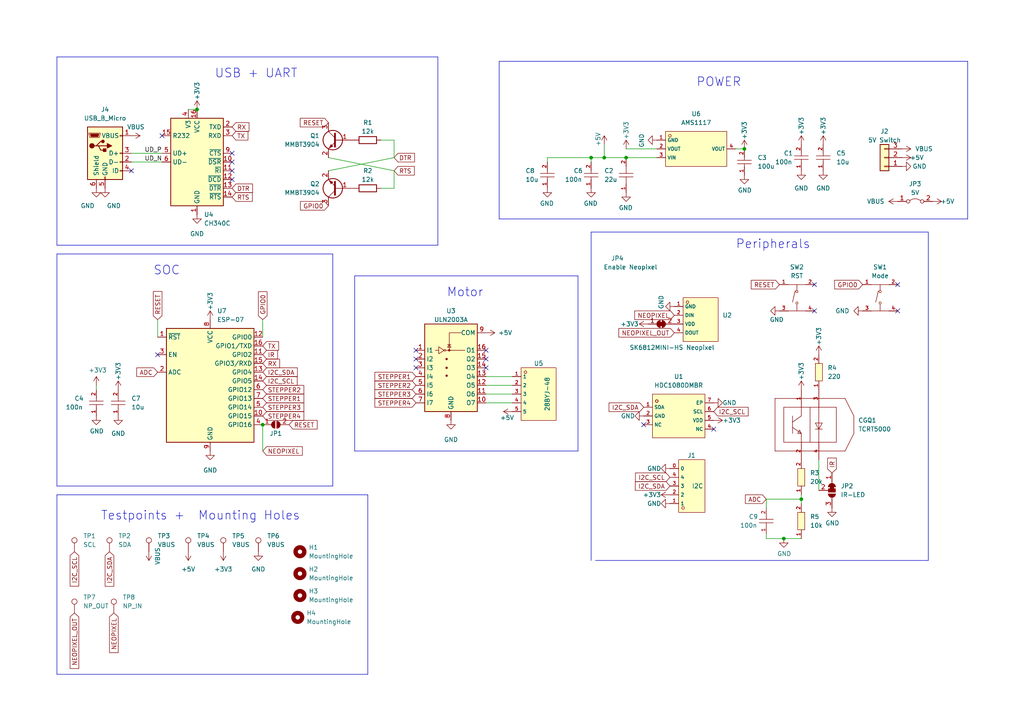
<source format=kicad_sch>
(kicad_sch (version 20230121) (generator eeschema)
  (paper "A4")
  (title_block (title "Stepomatic") (date "2024-03-07") (rev "1.0 - 2df132") (company "Besmer Labs"))
  (lib_symbols
    (symbol "+3V3_1" (power) (pin_names (offset 0))
      (property "Value" "+3V3_1" (at 0 3.556 0))
      (symbol "+3V3_1_1_1"
        (pin power_in line (at 0 0 90) (length 0) hide (name "+3V3") (number "1"))
      )
    )
    (symbol "+5V_1" (power) (pin_names (offset 0))
      (property "Value" "+5V_1" (at 0 3.556 0))
      (symbol "+5V_1_1_1"
        (pin power_in line (at 0 0 90) (length 0) hide (name "+5V") (number "1"))
      )
    )
    (symbol "0603WAF1002T5E:0603WAF1002T5E" (pin_names hide)
      (property "Reference" "R" (at 0 1.27 0))
      (property "Value" "0603WAF1002T5E" (at 0 -2.54 0))
      (symbol "0603WAF1002T5E_0_1"
        (pin input line (at -5.08 0 0) (length 2.54) (name "1") (number "1"))
        (pin input line (at 5.08 0 180) (length 2.54) (name "2") (number "2"))
      )
    )
    (symbol "0603WAF2002T5E:0603WAF2002T5E" (pin_names hide)
      (property "Reference" "R" (at 0 1.27 0))
      (property "Value" "0603WAF2002T5E" (at 0 -2.54 0))
      (symbol "0603WAF2002T5E_0_1"
        (pin input line (at -5.08 0 0) (length 2.54) (name "1") (number "1"))
        (pin input line (at 5.08 0 180) (length 2.54) (name "2") (number "2"))
      )
    )
    (symbol "0603WAF2200T5E:0603WAF2200T5E" (pin_names hide)
      (property "Reference" "R" (at 0 1.27 0))
      (property "Value" "0603WAF2200T5E" (at 0 -2.54 0))
      (symbol "0603WAF2200T5E_0_1"
        (pin input line (at -5.08 0 0) (length 2.54) (name "1") (number "1"))
        (pin input line (at 5.08 0 180) (length 2.54) (name "2") (number "2"))
      )
    )
    (symbol "AMS1117-3_3:AMS1117-3_3"
      (property "Reference" "U" (at 0 1.27 0))
      (property "Value" "AMS1117-3_3" (at 0 -2.54 0))
      (symbol "AMS1117-3_3_0_1"
        (pin unspecified line (at -11.43 2.54 0) (length 2.54) (name "GND") (number "1"))
        (pin unspecified line (at -11.43 0 0) (length 2.54) (name "VOUT") (number "2"))
        (pin unspecified line (at -11.43 -2.54 0) (length 2.54) (name "VIN") (number "3"))
        (pin unspecified line (at 11.43 0 180) (length 2.54) (name "VOUT") (number "4"))
      )
    )
    (symbol "B5B-XH-A_(LF)(SN):B5B-XH-A_(LF)(SN)"
      (property "Reference" "U" (at 0 1.27 0))
      (property "Value" "B5B-XH-A_(LF)(SN)" (at 0 -2.54 0))
      (symbol "B5B-XH-A_(LF)(SN)_0_1"
        (pin unspecified line (at -6.35 5.08 0) (length 2.54) (name "1") (number "1"))
        (pin unspecified line (at -6.35 2.54 0) (length 2.54) (name "2") (number "2"))
        (pin unspecified line (at -6.35 0 0) (length 2.54) (name "3") (number "3"))
        (pin unspecified line (at -6.35 -2.54 0) (length 2.54) (name "4") (number "4"))
        (pin unspecified line (at -6.35 -5.08 0) (length 2.54) (name "5") (number "5"))
      )
    )
    (symbol "BM04B-SRSS-TB(LF)(SN):BM04B-SRSS-TB(LF)(SN)"
      (property "Reference" "REF" (at 0 1.27 0))
      (property "Value" "BM04B-SRSS-TB(LF)(SN)" (at 0 -2.54 0))
      (symbol "BM04B-SRSS-TB(LF)(SN)_0_1"
        (pin unspecified line (at -5.08 -5.08 0) (length 2.54) (name "0") (number "0"))
        (pin unspecified line (at -5.08 5.08 0) (length 2.54) (name "1") (number "1"))
        (pin unspecified line (at -5.08 2.54 0) (length 2.54) (name "2") (number "2"))
        (pin unspecified line (at -5.08 0 0) (length 2.54) (name "3") (number "3"))
        (pin unspecified line (at -5.08 -2.54 0) (length 2.54) (name "4") (number "4"))
      )
    )
    (symbol "CL05A106MQ5NUNC:CL05A106MQ5NUNC" (pin_names hide)
      (property "Reference" "C" (at 0 1.27 0))
      (property "Value" "CL05A106MQ5NUNC" (at 0 -2.54 0))
      (symbol "CL05A106MQ5NUNC_0_1"
        (pin input line (at -3.81 0 0) (length 2.54) (name "1") (number "1"))
        (pin input line (at 3.81 0 180) (length 2.54) (name "2") (number "2"))
      )
    )
    (symbol "CL05B104KO5NNNC:CL05B104KO5NNNC" (pin_names hide)
      (property "Reference" "C" (at 0 1.27 0))
      (property "Value" "CL05B104KO5NNNC" (at 0 -2.54 0))
      (symbol "CL05B104KO5NNNC_0_1"
        (pin input line (at -3.81 0 0) (length 2.54) (name "1") (number "1"))
        (pin input line (at 3.81 0 180) (length 2.54) (name "2") (number "2"))
      )
    )
    (symbol "CL10A226MQ8NRNC:CL10A226MQ8NRNC" (pin_names hide)
      (property "Reference" "C" (at 0 1.27 0))
      (property "Value" "CL10A226MQ8NRNC" (at 0 -2.54 0))
      (symbol "CL10A226MQ8NRNC_0_1"
        (pin unspecified line (at -5.08 0 0) (length 2.54) (name "1") (number "1"))
        (pin unspecified line (at 5.08 0 180) (length 2.54) (name "2") (number "2"))
      )
    )
    (symbol "CL31A107MQHNNNE:CL31A107MQHNNNE" (pin_names hide)
      (property "Reference" "C" (at 0 1.27 0))
      (property "Value" "CL31A107MQHNNNE" (at 0 -2.54 0))
      (symbol "CL31A107MQHNNNE_0_1"
        (pin input line (at -3.81 0 0) (length 2.54) (name "1") (number "1"))
        (pin input line (at 3.81 0 180) (length 2.54) (name "2") (number "2"))
      )
    )
    (symbol "Connector:TestPoint" (pin_numbers hide) (pin_names (offset 0.762) hide)
      (property "Reference" "TP" (at 0 6.858 0))
      (property "Value" "TestPoint" (at 0 5.08 0))
      (symbol "TestPoint_1_1"
        (pin passive line (at 0 0 90) (length 2.54) (name "1") (number "1"))
      )
    )
    (symbol "Connector:USB_B_Micro" (pin_names (offset 1.016))
      (property "Reference" "J" (at -5.08 11.43 0))
      (property "Value" "USB_B_Micro" (at -5.08 8.89 0))
      (symbol "USB_B_Micro_1_1"
        (pin power_out line (at 7.62 5.08 180) (length 2.54) (name "VBUS") (number "1"))
        (pin bidirectional line (at 7.62 -2.54 180) (length 2.54) (name "D-") (number "2"))
        (pin bidirectional line (at 7.62 0 180) (length 2.54) (name "D+") (number "3"))
        (pin passive line (at 7.62 -5.08 180) (length 2.54) (name "ID") (number "4"))
        (pin power_out line (at 0 -10.16 90) (length 2.54) (name "GND") (number "5"))
        (pin passive line (at -2.54 -10.16 90) (length 2.54) (name "Shield") (number "6"))
      )
    )
    (symbol "Connector_Generic:Conn_01x03" (pin_names (offset 1.016) hide)
      (property "Reference" "J" (at 0 5.08 0))
      (property "Value" "Conn_01x03" (at 0 -5.08 0))
      (symbol "Conn_01x03_1_1"
        (pin passive line (at -5.08 2.54 0) (length 3.81) (name "Pin_1") (number "1"))
        (pin passive line (at -5.08 0 0) (length 3.81) (name "Pin_2") (number "2"))
        (pin passive line (at -5.08 -2.54 0) (length 3.81) (name "Pin_3") (number "3"))
      )
    )
    (symbol "Device:R" (pin_numbers hide) (pin_names (offset 0))
      (property "Reference" "R" (at 2.032 0 90))
      (property "Value" "R" (at 0 0 90))
      (symbol "R_1_1"
        (pin passive line (at 0 3.81 270) (length 1.27) (name "~") (number "1"))
        (pin passive line (at 0 -3.81 90) (length 1.27) (name "~") (number "2"))
      )
    )
    (symbol "ESP-12E-breakout-rescue:+3.3V-power" (power) (pin_names (offset 0))
      (property "Value" "+3.3V-power" (at 0 3.556 0))
      (symbol "+3.3V-power_1_1"
        (pin power_in line (at 0 0 90) (length 0) hide (name "+3V3") (number "1"))
      )
    )
    (symbol "GND_1" (power) (pin_names (offset 0))
      (property "Value" "GND_1" (at 0 -3.81 0))
      (symbol "GND_1_1_1"
        (pin power_in line (at 0 0 270) (length 0) hide (name "GND") (number "1"))
      )
    )
    (symbol "GND_3" (power) (pin_names (offset 0))
      (property "Value" "GND_3" (at 0 -3.81 0))
      (symbol "GND_3_1_1"
        (pin power_in line (at 0 0 270) (length 0) hide (name "GND") (number "1"))
      )
    )
    (symbol "HDC1080DMBR:HDC1080DMBR"
      (property "Reference" "U" (at 0 1.27 0))
      (property "Value" "HDC1080DMBR" (at 0 -2.54 0))
      (symbol "HDC1080DMBR_0_1"
        (pin unspecified line (at -10.16 2.54 0) (length 2.54) (name "SDA") (number "1"))
        (pin unspecified line (at -10.16 0 0) (length 2.54) (name "GND") (number "2"))
        (pin unspecified line (at -10.16 -2.54 0) (length 2.54) (name "NC") (number "3"))
        (pin unspecified line (at 10.16 -3.81 180) (length 2.54) (name "NC") (number "4"))
        (pin unspecified line (at 10.16 -1.27 180) (length 2.54) (name "VDD") (number "5"))
        (pin unspecified line (at 10.16 1.27 180) (length 2.54) (name "SCL") (number "6"))
        (pin unspecified line (at 10.16 3.81 180) (length 2.54) (name "EP") (number "7"))
      )
    )
    (symbol "Interface_USB:CH340C"
      (property "Reference" "U" (at -5.08 13.97 0))
      (property "Value" "CH340C" (at 1.27 13.97 0))
      (symbol "CH340C_1_1"
        (pin power_in line (at 0 -15.24 90) (length 2.54) (name "GND") (number "1"))
        (pin input line (at 10.16 0 180) (length 2.54) (name "~{DSR}") (number "10"))
        (pin input line (at 10.16 -2.54 180) (length 2.54) (name "~{RI}") (number "11"))
        (pin input line (at 10.16 -5.08 180) (length 2.54) (name "~{DCD}") (number "12"))
        (pin output line (at 10.16 -7.62 180) (length 2.54) (name "~{DTR}") (number "13"))
        (pin output line (at 10.16 -10.16 180) (length 2.54) (name "~{RTS}") (number "14"))
        (pin input line (at -10.16 7.62 0) (length 2.54) (name "R232") (number "15"))
        (pin power_in line (at 0 15.24 270) (length 2.54) (name "VCC") (number "16"))
        (pin output line (at 10.16 10.16 180) (length 2.54) (name "TXD") (number "2"))
        (pin input line (at 10.16 7.62 180) (length 2.54) (name "RXD") (number "3"))
        (pin passive line (at -2.54 15.24 270) (length 2.54) (name "V3") (number "4"))
        (pin bidirectional line (at -10.16 2.54 0) (length 2.54) (name "UD+") (number "5"))
        (pin bidirectional line (at -10.16 0 0) (length 2.54) (name "UD-") (number "6"))
        (pin no_connect line (at -7.62 -7.62 0) (length 2.54) hide (name "NC") (number "7"))
        (pin no_connect line (at -7.62 -10.16 0) (length 2.54) hide (name "NC") (number "8"))
        (pin input line (at 10.16 2.54 180) (length 2.54) (name "~{CTS}") (number "9"))
      )
    )
    (symbol "Jumper:Jumper_2_Bridged" (pin_names (offset 0) hide)
      (property "Reference" "JP" (at 0 1.905 0))
      (property "Value" "Jumper_2_Bridged" (at 0 -2.54 0))
      (symbol "Jumper_2_Bridged_1_1"
        (pin passive line (at -5.08 0 0) (length 2.54) (name "A") (number "1"))
        (pin passive line (at 5.08 0 180) (length 2.54) (name "B") (number "2"))
      )
    )
    (symbol "Jumper:SolderJumper_2_Bridged" (pin_names (offset 0) hide)
      (property "Reference" "JP" (at 0 2.032 0))
      (property "Value" "SolderJumper_2_Bridged" (at 0 -2.54 0))
      (symbol "SolderJumper_2_Bridged_1_1"
        (pin passive line (at -3.81 0 0) (length 2.54) (name "A") (number "1"))
        (pin passive line (at 3.81 0 180) (length 2.54) (name "B") (number "2"))
      )
    )
    (symbol "Jumper:SolderJumper_2_Open" (pin_names (offset 0) hide)
      (property "Reference" "JP" (at 0 2.032 0))
      (property "Value" "SolderJumper_2_Open" (at 0 -2.54 0))
      (symbol "SolderJumper_2_Open_1_1"
        (pin passive line (at -3.81 0 0) (length 2.54) (name "A") (number "1"))
        (pin passive line (at 3.81 0 180) (length 2.54) (name "B") (number "2"))
      )
    )
    (symbol "Jumper:SolderJumper_3_Bridged12" (pin_names (offset 0) hide)
      (property "Reference" "JP" (at -2.54 -2.54 0))
      (property "Value" "SolderJumper_3_Bridged12" (at 0 2.794 0))
      (symbol "SolderJumper_3_Bridged12_1_1"
        (pin passive line (at -5.08 0 0) (length 2.54) (name "A") (number "1"))
        (pin passive line (at 0 -3.81 90) (length 2.54) (name "C") (number "2"))
        (pin passive line (at 5.08 0 180) (length 2.54) (name "B") (number "3"))
      )
    )
    (symbol "Mechanical:MountingHole" (pin_names (offset 1.016))
      (property "Reference" "H" (at 0 5.08 0))
      (property "Value" "MountingHole" (at 0 3.175 0))
    )
    (symbol "RF_Module:ESP-07"
      (property "Reference" "U" (at -12.7 19.05 0))
      (property "Value" "ESP-07" (at 12.7 19.05 0))
      (symbol "ESP-07_1_1"
        (pin input line (at -15.24 15.24 0) (length 2.54) (name "~{RST}") (number "1"))
        (pin bidirectional line (at 15.24 -7.62 180) (length 2.54) (name "GPIO15") (number "10"))
        (pin bidirectional line (at 15.24 10.16 180) (length 2.54) (name "GPIO2") (number "11"))
        (pin bidirectional line (at 15.24 15.24 180) (length 2.54) (name "GPIO0") (number "12"))
        (pin bidirectional line (at 15.24 5.08 180) (length 2.54) (name "GPIO4") (number "13"))
        (pin bidirectional line (at 15.24 2.54 180) (length 2.54) (name "GPIO5") (number "14"))
        (pin bidirectional line (at 15.24 7.62 180) (length 2.54) (name "GPIO3/RXD") (number "15"))
        (pin bidirectional line (at 15.24 12.7 180) (length 2.54) (name "GPIO1/TXD") (number "16"))
        (pin input line (at -15.24 5.08 0) (length 2.54) (name "ADC") (number "2"))
        (pin input line (at -15.24 10.16 0) (length 2.54) (name "EN") (number "3"))
        (pin bidirectional line (at 15.24 -10.16 180) (length 2.54) (name "GPIO16") (number "4"))
        (pin bidirectional line (at 15.24 -5.08 180) (length 2.54) (name "GPIO14") (number "5"))
        (pin bidirectional line (at 15.24 0 180) (length 2.54) (name "GPIO12") (number "6"))
        (pin bidirectional line (at 15.24 -2.54 180) (length 2.54) (name "GPIO13") (number "7"))
        (pin power_in line (at 0 20.32 270) (length 2.54) (name "VCC") (number "8"))
        (pin power_in line (at 0 -17.78 90) (length 2.54) (name "GND") (number "9"))
      )
    )
    (symbol "SK6812MINI-HS:SK6812MINI-HS"
      (property "Reference" "U" (at 0 1.27 0))
      (property "Value" "SK6812MINI-HS" (at 0 -2.54 0))
      (symbol "SK6812MINI-HS_0_1"
        (pin unspecified line (at -7.62 3.81 0) (length 2.54) (name "GND") (number "1"))
        (pin unspecified line (at -7.62 1.27 0) (length 2.54) (name "DIN") (number "2"))
        (pin unspecified line (at -7.62 -1.27 0) (length 2.54) (name "VDD") (number "3"))
        (pin unspecified line (at -7.62 -3.81 0) (length 2.54) (name "DOUT") (number "4"))
      )
    )
    (symbol "TCRT5000L:TCRT5000L" (pin_names hide)
      (property "Reference" "CGQ1" (at 13.97 1.2701 0))
      (property "Value" "TCRT5000L" (at 13.97 -1.2699 0))
      (symbol "TCRT5000L_0_1"
        (pin unspecified line (at -2.54 10.16 270) (length 5.08) (name "C") (number "1"))
        (pin unspecified line (at -2.54 -10.16 90) (length 5.08) (name "E") (number "2"))
        (pin unspecified line (at 2.54 10.16 270) (length 5.08) (name "A") (number "3"))
        (pin unspecified line (at 2.54 -10.16 90) (length 5.08) (name "C") (number "4"))
      )
    )
    (symbol "TS-1187A-B-A-B:TS-1187A-B-A-B" (pin_names hide)
      (property "Reference" "U" (at 0 1.27 0))
      (property "Value" "TS-1187A-B-A-B" (at 0 -2.54 0))
      (symbol "TS-1187A-B-A-B_0_1"
        (pin unspecified line (at -5.08 2.54 0) (length 2.54) (name "A") (number "1"))
        (pin unspecified line (at 5.08 2.54 180) (length 2.54) (name "B") (number "2"))
        (pin unspecified line (at -5.08 -5.08 0) (length 2.54) (name "C") (number "3"))
        (pin unspecified line (at 5.08 -5.08 180) (length 2.54) (name "D") (number "4"))
      )
    )
    (symbol "Transistor_Array:ULN2003A"
      (property "Reference" "U" (at 0 15.875 0))
      (property "Value" "ULN2003A" (at 0 13.97 0))
      (symbol "ULN2003A_1_1"
        (pin input line (at -10.16 5.08 0) (length 2.54) (name "I1") (number "1"))
        (pin open_collector line (at 10.16 -10.16 180) (length 2.54) (name "O7") (number "10"))
        (pin open_collector line (at 10.16 -7.62 180) (length 2.54) (name "O6") (number "11"))
        (pin open_collector line (at 10.16 -5.08 180) (length 2.54) (name "O5") (number "12"))
        (pin open_collector line (at 10.16 -2.54 180) (length 2.54) (name "O4") (number "13"))
        (pin open_collector line (at 10.16 0 180) (length 2.54) (name "O3") (number "14"))
        (pin open_collector line (at 10.16 2.54 180) (length 2.54) (name "O2") (number "15"))
        (pin open_collector line (at 10.16 5.08 180) (length 2.54) (name "O1") (number "16"))
        (pin input line (at -10.16 2.54 0) (length 2.54) (name "I2") (number "2"))
        (pin input line (at -10.16 0 0) (length 2.54) (name "I3") (number "3"))
        (pin input line (at -10.16 -2.54 0) (length 2.54) (name "I4") (number "4"))
        (pin input line (at -10.16 -5.08 0) (length 2.54) (name "I5") (number "5"))
        (pin input line (at -10.16 -7.62 0) (length 2.54) (name "I6") (number "6"))
        (pin input line (at -10.16 -10.16 0) (length 2.54) (name "I7") (number "7"))
        (pin power_in line (at 0 -15.24 90) (length 2.54) (name "GND") (number "8"))
        (pin passive line (at 10.16 10.16 180) (length 2.54) (name "COM") (number "9"))
      )
    )
    (symbol "Transistor_BJT:MMBT3904" (pin_names (offset 0) hide)
      (property "Reference" "Q" (at 5.08 1.905 0))
      (property "Value" "MMBT3904" (at 5.08 0 0))
      (symbol "MMBT3904_1_1"
        (pin input line (at -5.08 0 0) (length 5.715) (name "B") (number "1"))
        (pin passive line (at 2.54 -5.08 90) (length 2.54) (name "E") (number "2"))
        (pin passive line (at 2.54 5.08 270) (length 2.54) (name "C") (number "3"))
      )
    )
    (symbol "power:+3V3" (power) (pin_names (offset 0))
      (property "Value" "+3V3" (at 0 3.556 0))
      (symbol "+3V3_1_1"
        (pin power_in line (at 0 0 90) (length 0) hide (name "+3V3") (number "1"))
      )
    )
    (symbol "power:+5V" (power) (pin_names (offset 0))
      (property "Value" "+5V" (at 0 3.556 0))
      (symbol "+5V_1_1"
        (pin power_in line (at 0 0 90) (length 0) hide (name "+5V") (number "1"))
      )
    )
    (symbol "power:GND" (power) (pin_names (offset 0))
      (property "Value" "GND" (at 0 -3.81 0))
      (symbol "GND_1_1"
        (pin power_in line (at 0 0 270) (length 0) hide (name "GND") (number "1"))
      )
    )
    (symbol "power:VBUS" (power) (pin_names (offset 0))
      (property "Value" "VBUS" (at 0 3.81 0))
      (symbol "VBUS_1_1"
        (pin power_in line (at 0 0 90) (length 0) hide (name "VBUS") (number "1"))
      )
    )
  )
  (junction (at 57.15 31.75))
  (junction (at 232.41 144.78))
  (junction (at 76.2 123.19))
  (junction (at 181.61 45.72))
  (junction (at 175.26 45.72))
  (junction (at 215.9 43.18))
  (junction (at 171.45 45.72))
  (junction (at 227.33 156.21))
  (no_connect (at 46.99 39.37))
  (no_connect (at 186.69 123.19))
  (no_connect (at 67.31 49.53))
  (no_connect (at 67.31 44.45))
  (no_connect (at 67.31 46.99))
  (no_connect (at 67.31 52.07))
  (no_connect (at 140.97 104.14))
  (no_connect (at 236.22 90.17))
  (no_connect (at 236.22 82.55))
  (no_connect (at 207.01 124.46))
  (no_connect (at 38.1 49.53))
  (no_connect (at 140.97 101.6))
  (no_connect (at 140.97 106.68))
  (no_connect (at 120.65 101.6))
  (no_connect (at 120.65 104.14))
  (no_connect (at 120.65 106.68))
  (no_connect (at 45.72 102.87))
  (no_connect (at 260.35 82.55))
  (no_connect (at 260.35 90.17))
  (wire (pts (xy 38.1 46.99) (xy 46.99 46.99)))
  (wire (pts (xy 110.49 40.64) (xy 114.3 40.64)))
  (polyline (pts (xy 102.87 80.01) (xy 102.87 130.81)))
  (polyline (pts (xy 280.67 63.5) (xy 144.78 63.5)))
  (wire (pts (xy 237.49 133.35) (xy 237.49 142.24)))
  (polyline (pts (xy 16.51 73.66) (xy 16.51 140.97)))
  (wire (pts (xy 45.72 92.71) (xy 45.72 97.79)))
  (wire (pts (xy 232.41 144.78) (xy 232.41 146.05)))
  (polyline (pts (xy 96.52 73.66) (xy 16.51 73.66)))
  (wire (pts (xy 232.41 143.51) (xy 232.41 144.78)))
  (wire (pts (xy 114.3 49.53) (xy 95.25 45.72)))
  (wire (pts (xy 140.97 109.22) (xy 148.59 109.22)))
  (wire (pts (xy 222.25 144.78) (xy 222.25 147.32)))
  (polyline (pts (xy 144.78 63.5) (xy 144.78 17.78)))
  (wire (pts (xy 158.75 45.72) (xy 171.45 45.72)))
  (wire (pts (xy 227.33 156.21) (xy 222.25 156.21)))
  (wire (pts (xy 171.45 45.72) (xy 175.26 45.72)))
  (polyline (pts (xy 280.67 17.78) (xy 280.67 63.5)))
  (wire (pts (xy 213.36 43.18) (xy 215.9 43.18)))
  (polyline (pts (xy 106.68 195.58) (xy 106.68 143.51)))
  (polyline (pts (xy 16.51 143.51) (xy 16.51 195.58)))
  (polyline (pts (xy 16.51 16.51) (xy 16.51 71.12)))
  (wire (pts (xy 181.61 45.72) (xy 190.5 45.72)))
  (wire (pts (xy 158.75 46.99) (xy 158.75 45.72)))
  (polyline (pts (xy 16.51 140.97) (xy 96.52 140.97)))
  (wire (pts (xy 76.2 92.71) (xy 76.2 97.79)))
  (wire (pts (xy 114.3 45.72) (xy 114.3 40.64)))
  (polyline (pts (xy 167.64 130.81) (xy 167.64 80.01)))
  (wire (pts (xy 222.25 144.78) (xy 232.41 144.78)))
  (wire (pts (xy 175.26 41.91) (xy 175.26 45.72)))
  (wire (pts (xy 181.61 43.18) (xy 190.5 43.18)))
  (polyline (pts (xy 96.52 140.97) (xy 96.52 73.66)))
  (wire (pts (xy 27.94 111.76) (xy 27.94 113.03)))
  (polyline (pts (xy 144.78 17.78) (xy 280.67 17.78)))
  (polyline (pts (xy 127 71.12) (xy 127 16.51)))
  (wire (pts (xy 114.3 45.72) (xy 95.25 49.53)))
  (wire (pts (xy 222.25 156.21) (xy 222.25 154.94)))
  (wire (pts (xy 114.3 49.53) (xy 114.3 54.61)))
  (polyline (pts (xy 172.72 162.56) (xy 269.24 162.56)))
  (polyline (pts (xy 167.64 80.01) (xy 102.87 80.01)))
  (polyline (pts (xy 16.51 71.12) (xy 127 71.12)))
  (wire (pts (xy 54.61 31.75) (xy 57.15 31.75)))
  (wire (pts (xy 110.49 54.61) (xy 114.3 54.61)))
  (polyline (pts (xy 127 16.51) (xy 16.51 16.51)))
  (wire (pts (xy 140.97 111.76) (xy 148.59 111.76)))
  (wire (pts (xy 175.26 45.72) (xy 181.61 45.72)))
  (polyline (pts (xy 102.87 130.81) (xy 167.64 130.81)))
  (polyline (pts (xy 269.24 162.56) (xy 269.24 67.31)))
  (polyline (pts (xy 16.51 143.51) (xy 106.68 143.51)))
  (polyline (pts (xy 269.24 67.31) (xy 171.45 67.31)))
  (polyline (pts (xy 171.45 67.31) (xy 171.45 162.56)))
  (wire (pts (xy 140.97 114.3) (xy 148.59 114.3)))
  (wire (pts (xy 38.1 44.45) (xy 46.99 44.45)))
  (wire (pts (xy 76.2 130.81) (xy 76.2 123.19)))
  (wire (pts (xy 171.45 46.99) (xy 171.45 45.72)))
  (polyline (pts (xy 16.51 195.58) (xy 106.68 195.58)))
  (wire (pts (xy 140.97 116.84) (xy 148.59 116.84)))
  (wire (pts (xy 227.33 156.21) (xy 232.41 156.21)))
  (text "POWER" (at 201.93 25.4 0) (effects (font (size 2.54 2.54)) (justify left bottom)))
  (text "USB + UART" (at 62.23 22.86 0) (effects (font (size 2.54 2.54)) (justify left bottom)))
  (text "Peripherals" (at 213.36 72.39 0) (effects (font (size 2.54 2.54)) (justify left bottom)))
  (text "Motor" (at 129.54 86.36 0) (effects (font (size 2.54 2.54)) (justify left bottom)))
  (text "SOC" (at 44.45 80.01 0) (effects (font (size 2.54 2.54)) (justify left bottom)))
  (text "Testpoints +  Mounting Holes" (at 29.21 151.13 0) (effects (font (size 2.54 2.54)) (justify left bottom)))
  (label "UD_P" (at 41.91 44.45 0))
  (label "UD_N" (at 41.91 46.99 0))
  (global_label "RX" (shape input) (at 76.2 105.41 0) (property "Intersheetrefs" "${INTERSHEET_REFS}" (effects hide)))
  (global_label "TX" (shape input) (at 76.2 100.33 0) (property "Intersheetrefs" "${INTERSHEET_REFS}" (effects hide)))
  (global_label "I2C_SCL" (shape input) (at 194.31 138.43 180) (property "Intersheetrefs" "${INTERSHEET_REFS}" (effects hide)))
  (global_label "I2C_SDA" (shape input) (at 186.69 118.11 180) (property "Intersheetrefs" "${INTERSHEET_REFS}" (effects hide)))
  (global_label "RESET" (shape input) (at 83.82 123.19 0) (property "Intersheetrefs" "${INTERSHEET_REFS}" (effects hide)))
  (global_label "ADC" (shape input) (at 222.25 144.78 180) (property "Intersheetrefs" "${INTERSHEET_REFS}" (effects hide)))
  (global_label "DTR" (shape input) (at 67.31 54.61 0) (property "Intersheetrefs" "${INTERSHEET_REFS}" (effects hide)))
  (global_label "I2C_SCL" (shape input) (at 76.2 110.49 0) (property "Intersheetrefs" "${INTERSHEET_REFS}" (effects hide)))
  (global_label "DTR" (shape input) (at 114.3 45.72 0) (property "Intersheetrefs" "${INTERSHEET_REFS}" (effects hide)))
  (global_label "IR" (shape input) (at 241.3 137.16 90) (property "Intersheetrefs" "${INTERSHEET_REFS}" (effects hide)))
  (global_label "I2C_SDA" (shape input) (at 76.2 107.95 0) (property "Intersheetrefs" "${INTERSHEET_REFS}" (effects hide)))
  (global_label "RX" (shape input) (at 67.31 36.83 0) (property "Intersheetrefs" "${INTERSHEET_REFS}" (effects hide)))
  (global_label "STEPPER2" (shape input) (at 76.2 113.03 0) (property "Intersheetrefs" "${INTERSHEET_REFS}" (effects hide)))
  (global_label "NEOPIXEL" (shape input) (at 33.02 177.8 270) (property "Intersheetrefs" "${INTERSHEET_REFS}" (effects hide)))
  (global_label "I2C_SDA" (shape input) (at 194.31 140.97 180) (property "Intersheetrefs" "${INTERSHEET_REFS}" (effects hide)))
  (global_label "NEOPIXEL_OUT" (shape input) (at 195.58 96.52 180) (property "Intersheetrefs" "${INTERSHEET_REFS}" (effects hide)))
  (global_label "STEPPER3" (shape input) (at 76.2 118.11 0) (property "Intersheetrefs" "${INTERSHEET_REFS}" (effects hide)))
  (global_label "IR" (shape input) (at 76.2 102.87 0) (property "Intersheetrefs" "${INTERSHEET_REFS}" (effects hide)))
  (global_label "I2C_SCL" (shape input) (at 207.01 119.38 0) (property "Intersheetrefs" "${INTERSHEET_REFS}" (effects hide)))
  (global_label "STEPPER2" (shape input) (at 120.65 111.76 180) (property "Intersheetrefs" "${INTERSHEET_REFS}" (effects hide)))
  (global_label "GPIO0" (shape input) (at 95.25 59.69 180) (property "Intersheetrefs" "${INTERSHEET_REFS}" (effects hide)))
  (global_label "STEPPER4" (shape input) (at 76.2 120.65 0) (property "Intersheetrefs" "${INTERSHEET_REFS}" (effects hide)))
  (global_label "GPIO0" (shape input) (at 250.19 82.55 180) (property "Intersheetrefs" "${INTERSHEET_REFS}" (effects hide)))
  (global_label "STEPPER1" (shape input) (at 76.2 115.57 0) (property "Intersheetrefs" "${INTERSHEET_REFS}" (effects hide)))
  (global_label "RESET" (shape input) (at 226.06 82.55 180) (property "Intersheetrefs" "${INTERSHEET_REFS}" (effects hide)))
  (global_label "RESET" (shape input) (at 95.25 35.56 180) (property "Intersheetrefs" "${INTERSHEET_REFS}" (effects hide)))
  (global_label "NEOPIXEL" (shape input) (at 76.2 130.81 0) (property "Intersheetrefs" "${INTERSHEET_REFS}" (effects hide)))
  (global_label "NEOPIXEL_OUT" (shape input) (at 21.59 177.8 270) (property "Intersheetrefs" "${INTERSHEET_REFS}" (effects hide)))
  (global_label "TX" (shape input) (at 67.31 39.37 0) (property "Intersheetrefs" "${INTERSHEET_REFS}" (effects hide)))
  (global_label "RTS" (shape input) (at 67.31 57.15 0) (property "Intersheetrefs" "${INTERSHEET_REFS}" (effects hide)))
  (global_label "RTS" (shape input) (at 114.3 49.53 0) (property "Intersheetrefs" "${INTERSHEET_REFS}" (effects hide)))
  (global_label "I2C_SDA" (shape input) (at 31.75 160.02 270) (property "Intersheetrefs" "${INTERSHEET_REFS}" (effects hide)))
  (global_label "I2C_SCL" (shape input) (at 21.59 160.02 270) (property "Intersheetrefs" "${INTERSHEET_REFS}" (effects hide)))
  (global_label "STEPPER4" (shape input) (at 120.65 116.84 180) (property "Intersheetrefs" "${INTERSHEET_REFS}" (effects hide)))
  (global_label "STEPPER1" (shape input) (at 120.65 109.22 180) (property "Intersheetrefs" "${INTERSHEET_REFS}" (effects hide)))
  (global_label "STEPPER3" (shape input) (at 120.65 114.3 180) (property "Intersheetrefs" "${INTERSHEET_REFS}" (effects hide)))
  (global_label "ADC" (shape input) (at 45.72 107.95 180) (property "Intersheetrefs" "${INTERSHEET_REFS}" (effects hide)))
  (global_label "RESET" (shape input) (at 45.72 92.71 90) (property "Intersheetrefs" "${INTERSHEET_REFS}" (effects hide)))
  (global_label "GPIO0" (shape input) (at 76.2 92.71 90) (property "Intersheetrefs" "${INTERSHEET_REFS}" (effects hide)))
  (global_label "NEOPIXEL" (shape input) (at 195.58 91.44 180) (property "Intersheetrefs" "${INTERSHEET_REFS}" (effects hide)))
  (symbol (lib_id "0603WAF2200T5E:0603WAF2200T5E") (at 237.49 107.95 90) (unit 1)
    (property "Reference" "R4" (at 240.03 106.6799 90) (effects (justify right)))
    (property "Value" "220" (at 240.03 109.2199 90) (effects (justify right)))
    (property "Footprint" "footprint:R0603" (effects hide))
    (property "Datasheet" "https://www.mouser.in/datasheet/2/447/PYu_RT_1_to_0_01_RoHS_L_11-1669912.pdf" (effects hide))
    (property "LCSC" "C22962" (effects hide))
  )
  (symbol (lib_id "power:GND") (at 227.33 156.21 0) (unit 1)
    (property "Reference" "#PWR05" (effects hide))
    (property "Value" "GND" (at 227.457 160.6042 0))
  )
  (symbol (lib_id "HDC1080DMBR:HDC1080DMBR") (at 196.85 120.65 0) (unit 1)
    (property "Reference" "U1" (at 196.85 109.22 0))
    (property "Value" "HDC1080DMBR" (at 196.85 111.76 0))
    (property "Footprint" "footprint:SENSOR-SMD_HDC1080DMBR" (effects hide))
    (property "Datasheet" "https://www.ti.com/cn/lit/ds/symlink/hdc1080.pdf?ts=1624301380293" (effects hide))
    (property "LCSC" "C82227" (effects hide))
  )
  (symbol (lib_id "BM04B-SRSS-TB(LF)(SN):BM04B-SRSS-TB(LF)(SN)") (at 199.39 140.97 0) (mirror x) (unit 1)
    (property "Reference" "J1" (at 199.39 132.08 0) (effects (justify left)))
    (property "Value" "I2C" (at 200.66 140.97 0) (effects (justify left)))
    (property "Footprint" "footprint:CONN-SMD_BM04B-SRSS-TB" (effects hide))
    (property "Datasheet" "https://item.szlcsc.com/171770.html" (effects hide))
    (property "LCSC" "C160390" (effects hide))
  )
  (symbol (lib_id "Mechanical:MountingHole") (at 86.995 160.02 0) (unit 1) (in_bom no)
    (property "Reference" "H1" (at 89.535 158.7499 0) (effects (justify left)))
    (property "Value" "MountingHole" (at 89.535 161.2899 0) (effects (justify left)))
    (property "Footprint" "MountingHole:MountingHole_3.2mm_M3" (effects hide))
    (property "LCSC" "DNP" (effects hide))
  )
  (symbol (lib_id "power:VBUS") (at 261.62 43.18 270) (unit 1)
    (property "Reference" "#PWR0134" (effects hide))
    (property "Value" "VBUS" (at 265.43 43.18 90) (effects (justify left)))
  )
  (symbol (lib_id "Jumper:SolderJumper_2_Bridged") (at 191.77 93.98 0) (unit 1)
    (property "Reference" "JP4" (at 179.07 74.93 0))
    (property "Value" "Enable Neopixel" (at 182.88 77.47 0))
    (property "Footprint" "Jumper:SolderJumper-2_P1.3mm_Bridged_RoundedPad1.0x1.5mm" (effects hide))
  )
  (symbol (lib_id "power:GND") (at 158.75 54.61 0) (mirror y) (unit 1)
    (property "Reference" "#PWR03" (effects hide))
    (property "Value" "GND" (at 158.623 59.0042 0))
  )
  (symbol (lib_name "GND_1") (lib_id "power:GND") (at 34.29 120.65 0) (unit 1)
    (property "Reference" "#PWR09" (effects hide))
    (property "Value" "GND" (at 34.29 125.73 0))
  )
  (symbol (lib_id "B5B-XH-A_(LF)(SN):B5B-XH-A_(LF)(SN)") (at 154.94 114.3 0) (unit 1)
    (property "Reference" "U5" (at 156.21 105.41 0))
    (property "Value" "28BYJ-48" (at 158.75 114.3 90))
    (property "Footprint" "footprint:CONN-TH_B5B-XH-A-LF-SN" (effects hide))
    (property "Datasheet" "https://atta.szlcsc.com/upload/public/pdf/source/20180319/EA947BC272645EB2E2B2116BA052A949.pdf" (effects hide))
    (property "LCSC" "C157991" (effects hide))
  )
  (symbol (lib_id "CL31A107MQHNNNE:CL31A107MQHNNNE") (at 215.9 46.99 90) (unit 1)
    (property "Reference" "C3" (at 219.71 45.7199 90) (effects (justify right)))
    (property "Value" "100u" (at 219.71 48.2599 90) (effects (justify right)))
    (property "Footprint" "footprint:C1206" (effects hide))
    (property "Datasheet" "https://item.szlcsc.com/89171.html" (effects hide))
    (property "LCSC" "C15008" (effects hide))
  )
  (symbol (lib_name "GND_3") (lib_id "power:GND") (at 74.93 160.02 0) (unit 1)
    (property "Reference" "#PWR0139" (effects hide))
    (property "Value" "GND" (at 74.93 165.1 0))
  )
  (symbol (lib_id "power:+3V3") (at 187.96 93.98 90) (mirror x) (unit 1)
    (property "Reference" "#PWR0119" (effects hide))
    (property "Value" "+3V3" (at 179.959 93.98 90) (effects (justify right)))
  )
  (symbol (lib_id "CL05B104KO5NNNC:CL05B104KO5NNNC") (at 27.94 116.84 90) (unit 1)
    (property "Reference" "C4" (at 21.59 115.57 90) (effects (justify right)))
    (property "Value" "100n" (at 19.05 118.11 90) (effects (justify right)))
    (property "Footprint" "footprint:C0402" (effects hide))
    (property "Datasheet" "https://item.szlcsc.com/15869.html" (effects hide))
    (property "LCSC" "C1525" (effects hide))
  )
  (symbol (lib_id "ESP-12E-breakout-rescue:+3.3V-power") (at 27.94 111.76 0) (unit 1)
    (property "Reference" "#PWR06" (effects hide))
    (property "Value" "+3.3V" (at 28.321 107.3658 0))
  )
  (symbol (lib_id "Mechanical:MountingHole") (at 86.995 172.72 0) (unit 1) (in_bom no)
    (property "Reference" "H3" (at 89.535 171.4499 0) (effects (justify left)))
    (property "Value" "MountingHole" (at 89.535 173.9899 0) (effects (justify left)))
    (property "Footprint" "MountingHole:MountingHole_3.2mm_M3" (effects hide))
    (property "LCSC" "DNP" (effects hide))
  )
  (symbol (lib_id "power:GND") (at 250.19 90.17 270) (mirror x) (unit 1)
    (property "Reference" "#PWR0130" (effects hide))
    (property "Value" "GND" (at 246.38 90.1699 90) (effects (justify right)))
  )
  (symbol (lib_id "power:GND") (at 226.06 90.17 270) (mirror x) (unit 1)
    (property "Reference" "#PWR0117" (effects hide))
    (property "Value" "GND" (at 227.33 92.71 90) (effects (justify right)))
  )
  (symbol (lib_id "power:GND") (at 194.31 135.89 270) (mirror x) (unit 1)
    (property "Reference" "#PWR0121" (effects hide))
    (property "Value" "GND" (at 189.738 135.89 90))
  )
  (symbol (lib_id "power:GND") (at 190.5 40.64 270) (unit 1)
    (property "Reference" "#PWR0124" (effects hide))
    (property "Value" "GND" (at 186.1058 40.767 0))
  )
  (symbol (lib_id "Connector:TestPoint") (at 64.77 160.02 0) (unit 1) (in_bom no)
    (property "Reference" "TP5" (at 67.31 155.4479 0) (effects (justify left)))
    (property "Value" "VBUS" (at 67.31 157.9879 0) (effects (justify left)))
    (property "Footprint" "TestPoint:TestPoint_Pad_D1.0mm" (effects hide))
  )
  (symbol (lib_id "power:GND") (at 195.58 88.9 270) (unit 1)
    (property "Reference" "#PWR0120" (effects hide))
    (property "Value" "GND" (at 191.77 87.63 0))
  )
  (symbol (lib_id "Transistor_BJT:MMBT3904") (at 97.79 40.64 0) (mirror y) (unit 1)
    (property "Reference" "Q1" (at 92.71 39.3699 0) (effects (justify left)))
    (property "Value" "MMBT3904" (at 92.71 41.9099 0) (effects (justify left)))
    (property "Footprint" "footprint:SOT-23-3_L2.9-W1.3-P1.90-LS2.4-BR" (effects hide))
    (property "Datasheet" "https://www.onsemi.com/pub/Collateral/2N3903-D.PDF" (effects hide))
    (property "LCSC" "C20526" (effects hide))
  )
  (symbol (lib_id "TS-1187A-B-A-B:TS-1187A-B-A-B") (at 231.14 85.09 0) (unit 1)
    (property "Reference" "SW2" (at 231.14 77.47 0))
    (property "Value" "RST" (at 231.14 80.01 0))
    (property "Footprint" "footprint:SW-SMD_4P-L5.1-W5.1-P3.70-LS6.5-TL-2" (effects hide))
    (property "Datasheet" "https://item.szlcsc.com/300285.html" (effects hide))
    (property "LCSC" "C318884" (effects hide))
  )
  (symbol (lib_id "CL05B104KO5NNNC:CL05B104KO5NNNC") (at 232.41 45.72 90) (unit 1)
    (property "Reference" "C1" (at 227.33 44.45 90) (effects (justify right)))
    (property "Value" "100n" (at 224.79 46.99 90) (effects (justify right)))
    (property "Footprint" "footprint:C0402" (effects hide))
    (property "Datasheet" "https://item.szlcsc.com/15869.html" (effects hide))
    (property "LCSC" "C1525" (effects hide))
  )
  (symbol (lib_id "power:+3V3") (at 232.41 41.91 0) (mirror y) (unit 1)
    (property "Reference" "#PWR0128" (effects hide))
    (property "Value" "+3V3" (at 232.41 33.909 90) (effects (justify right)))
  )
  (symbol (lib_id "CL05B104KO5NNNC:CL05B104KO5NNNC") (at 222.25 151.13 90) (unit 1)
    (property "Reference" "C9" (at 217.17 149.86 90) (effects (justify right)))
    (property "Value" "100n" (at 214.63 152.4 90) (effects (justify right)))
    (property "Footprint" "footprint:C0402" (effects hide))
    (property "Datasheet" "https://item.szlcsc.com/15869.html" (effects hide))
    (property "LCSC" "C1525" (effects hide))
  )
  (symbol (lib_id "power:GND") (at 261.62 48.26 90) (unit 1)
    (property "Reference" "#PWR0106" (effects hide))
    (property "Value" "GND" (at 266.7 48.26 90))
  )
  (symbol (lib_id "0603WAF2002T5E:0603WAF2002T5E") (at 232.41 138.43 90) (unit 1)
    (property "Reference" "R3" (at 234.95 137.16 90) (effects (justify right)))
    (property "Value" "20k" (at 234.95 139.7 90) (effects (justify right)))
    (property "Footprint" "footprint:R0603" (effects hide))
    (property "Datasheet" "https://www.mouser.in/datasheet/2/447/PYu_RT_1_to_0_01_RoHS_L_11-1669912.pdf" (effects hide))
    (property "LCSC" "C4184" (effects hide))
  )
  (symbol (lib_id "Jumper:Jumper_2_Bridged") (at 265.43 58.42 0) (unit 1) (in_bom no)
    (property "Reference" "JP3" (at 265.43 53.34 0))
    (property "Value" "5V" (at 265.43 55.88 0))
    (property "Footprint" "Jumper:SolderJumper-2_P1.3mm_Bridged2Bar_RoundedPad1.0x1.5mm" (effects hide))
  )
  (symbol (lib_name "+5V_1") (lib_id "power:+5V") (at 54.61 160.02 180) (unit 1)
    (property "Reference" "#PWR0141" (effects hide))
    (property "Value" "+5V" (at 54.61 165.1 0))
  )
  (symbol (lib_name "+3V3_1") (lib_id "power:+3V3") (at 64.77 160.02 180) (unit 1)
    (property "Reference" "#PWR0138" (effects hide))
    (property "Value" "+3V3" (at 64.77 165.1 0))
  )
  (symbol (lib_id "power:+5V") (at 148.59 119.38 90) (mirror x) (unit 1)
    (property "Reference" "#PWR0113" (effects hide))
    (property "Value" "+5V" (at 145.034 121.158 90) (effects (justify right)))
  )
  (symbol (lib_id "power:+5V") (at 261.62 45.72 270) (mirror x) (unit 1)
    (property "Reference" "#PWR0135" (effects hide))
    (property "Value" "+5V" (at 267.97 45.72 90) (effects (justify right)))
  )
  (symbol (lib_id "CL05A106MQ5NUNC:CL05A106MQ5NUNC") (at 238.76 45.72 90) (unit 1)
    (property "Reference" "C5" (at 242.57 44.4499 90) (effects (justify right)))
    (property "Value" "10u" (at 242.57 46.9899 90) (effects (justify right)))
    (property "Footprint" "footprint:C0402" (effects hide))
    (property "Datasheet" "https://item.szlcsc.com/15869.html" (effects hide))
    (property "LCSC" "C15525" (effects hide))
  )
  (symbol (lib_id "power:+3V3") (at 181.61 43.18 0) (mirror y) (unit 1)
    (property "Reference" "#PWR0129" (effects hide))
    (property "Value" "+3V3" (at 181.61 35.179 90) (effects (justify right)))
  )
  (symbol (lib_id "power:+3V3") (at 237.49 102.87 0) (mirror y) (unit 1)
    (property "Reference" "#PWR0102" (effects hide))
    (property "Value" "+3V3" (at 237.49 94.869 90) (effects (justify right)))
  )
  (symbol (lib_id "power:+3V3") (at 207.01 121.92 270) (unit 1)
    (property "Reference" "#PWR02" (effects hide))
    (property "Value" "+3V3" (at 214.884 121.92 90) (effects (justify right)))
  )
  (symbol (lib_id "power:+3V3") (at 60.96 92.71 0) (mirror y) (unit 1)
    (property "Reference" "#PWR0115" (effects hide))
    (property "Value" "+3V3" (at 60.96 84.709 90) (effects (justify right)))
  )
  (symbol (lib_id "Connector:TestPoint") (at 54.61 160.02 0) (unit 1) (in_bom no)
    (property "Reference" "TP4" (at 57.15 155.4479 0) (effects (justify left)))
    (property "Value" "VBUS" (at 57.15 157.9879 0) (effects (justify left)))
    (property "Footprint" "TestPoint:TestPoint_Pad_D1.0mm" (effects hide))
  )
  (symbol (lib_id "power:+3V3") (at 232.41 113.03 0) (mirror y) (unit 1)
    (property "Reference" "#PWR04" (effects hide))
    (property "Value" "+3V3" (at 232.41 105.029 90) (effects (justify right)))
  )
  (symbol (lib_id "TS-1187A-B-A-B:TS-1187A-B-A-B") (at 255.27 85.09 0) (unit 1)
    (property "Reference" "SW1" (at 255.27 77.47 0))
    (property "Value" "Mode" (at 255.27 80.01 0))
    (property "Footprint" "footprint:SW-SMD_4P-L5.1-W5.1-P3.70-LS6.5-TL-2" (effects hide))
    (property "Datasheet" "https://item.szlcsc.com/300285.html" (effects hide))
    (property "LCSC" "C318884" (effects hide))
  )
  (symbol (lib_id "power:+3V3") (at 34.29 113.03 0) (mirror y) (unit 1)
    (property "Reference" "#PWR08" (effects hide))
    (property "Value" "+3V3" (at 34.29 105.029 90) (effects (justify right)))
  )
  (symbol (lib_id "Connector:TestPoint") (at 31.75 160.02 0) (unit 1) (in_bom no)
    (property "Reference" "TP2" (at 34.29 155.4479 0) (effects (justify left)))
    (property "Value" "SDA" (at 34.29 157.9879 0) (effects (justify left)))
    (property "Footprint" "TestPoint:TestPoint_Pad_D1.0mm" (effects hide))
  )
  (symbol (lib_id "power:GND") (at 27.94 54.61 0) (unit 1)
    (property "Reference" "#PWR0107" (effects hide))
    (property "Value" "GND" (at 25.4 59.69 0))
  )
  (symbol (lib_id "power:GND") (at 241.3 147.32 0) (unit 1)
    (property "Reference" "#PWR0110" (effects hide))
    (property "Value" "GND" (at 241.427 151.7142 0))
  )
  (symbol (lib_id "Connector:TestPoint") (at 74.93 160.02 0) (unit 1) (in_bom no)
    (property "Reference" "TP6" (at 77.47 155.4479 0) (effects (justify left)))
    (property "Value" "VBUS" (at 77.47 157.9879 0) (effects (justify left)))
    (property "Footprint" "TestPoint:TestPoint_Pad_D1.0mm" (effects hide))
  )
  (symbol (lib_id "power:GND") (at 60.96 130.81 0) (mirror y) (unit 1)
    (property "Reference" "#PWR0116" (effects hide))
    (property "Value" "GND" (at 60.96 136.398 0))
  )
  (symbol (lib_id "AMS1117-3_3:AMS1117-3_3") (at 201.93 43.18 0) (unit 1)
    (property "Reference" "U6" (at 201.93 33.02 0))
    (property "Value" "AMS1117" (at 201.93 35.56 0))
    (property "Footprint" "footprint:SOT-223-3_L6.5-W3.4-P2.30-LS7.0-BR" (effects hide))
    (property "Datasheet" "https://item.szlcsc.com/410724.html" (effects hide))
    (property "LCSC" "C6186" (effects hide))
  )
  (symbol (lib_id "Connector_Generic:Conn_01x03") (at 256.54 45.72 180) (unit 1) (in_bom no)
    (property "Reference" "J2" (at 256.54 38.1 0))
    (property "Value" "5V Switch" (at 256.54 40.64 0))
    (property "Footprint" "Connector_PinHeader_2.54mm:PinHeader_1x03_P2.54mm_Vertical_SMD_Pin1Left" (effects hide))
  )
  (symbol (lib_id "power:GND") (at 171.45 54.61 0) (mirror y) (unit 1)
    (property "Reference" "#PWR0131" (effects hide))
    (property "Value" "GND" (at 171.323 59.0042 0))
  )
  (symbol (lib_id "power:+5V") (at 175.26 41.91 0) (mirror y) (unit 1)
    (property "Reference" "#PWR0109" (effects hide))
    (property "Value" "+5V" (at 173.482 38.354 90) (effects (justify right)))
  )
  (symbol (lib_id "power:+3V3") (at 57.15 31.75 0) (mirror y) (unit 1)
    (property "Reference" "#PWR0105" (effects hide))
    (property "Value" "+3V3" (at 57.15 23.749 90) (effects (justify right)))
  )
  (symbol (lib_id "Device:R") (at 106.68 54.61 90) (unit 1)
    (property "Reference" "R2" (at 106.68 49.53 90))
    (property "Value" "12k" (at 106.68 52.07 90))
    (property "Footprint" "footprint:C0402" (effects hide))
    (property "LCSC" "C25752" (effects hide))
  )
  (symbol (lib_id "CL10A226MQ8NRNC:CL10A226MQ8NRNC") (at 181.61 50.8 90) (unit 1)
    (property "Reference" "C2" (at 175.26 49.53 90) (effects (justify right)))
    (property "Value" "22u" (at 175.26 52.07 90) (effects (justify right)))
    (property "Footprint" "footprint:C0603" (effects hide))
    (property "Datasheet" "https://item.szlcsc.com/362304.html" (effects hide))
    (property "LCSC" "C59461" (effects hide))
  )
  (symbol (lib_id "Connector:TestPoint") (at 33.02 177.8 0) (unit 1) (in_bom no)
    (property "Reference" "TP8" (at 35.56 173.228 0) (effects (justify left)))
    (property "Value" "NP_IN" (at 35.56 175.768 0) (effects (justify left)))
    (property "Footprint" "TestPoint:TestPoint_Pad_D1.0mm" (effects hide))
  )
  (symbol (lib_id "power:GND") (at 215.9 50.8 0) (unit 1)
    (property "Reference" "#PWR0118" (effects hide))
    (property "Value" "GND" (at 216.027 55.1942 0))
  )
  (symbol (lib_id "CL05A106MQ5NUNC:CL05A106MQ5NUNC") (at 34.29 116.84 90) (unit 1)
    (property "Reference" "C7" (at 38.1 115.5699 90) (effects (justify right)))
    (property "Value" "10u" (at 38.1 118.1099 90) (effects (justify right)))
    (property "Footprint" "footprint:C0402" (effects hide))
    (property "Datasheet" "https://item.szlcsc.com/15869.html" (effects hide))
    (property "LCSC" "C15525" (effects hide))
  )
  (symbol (lib_id "power:VBUS") (at 38.1 39.37 270) (unit 1)
    (property "Reference" "#PWR0136" (effects hide))
    (property "Value" "VBUS" (at 36.83 36.83 90) (effects (justify left)))
  )
  (symbol (lib_id "power:VBUS") (at 43.18 160.02 180) (unit 1)
    (property "Reference" "#PWR0140" (effects hide))
    (property "Value" "VBUS" (at 45.72 158.75 90) (effects (justify left)))
  )
  (symbol (lib_id "power:+5V") (at 140.97 96.52 270) (mirror x) (unit 1)
    (property "Reference" "#PWR0123" (effects hide))
    (property "Value" "+5V" (at 148.59 96.52 90) (effects (justify right)))
  )
  (symbol (lib_id "power:+3V3") (at 194.31 143.51 90) (unit 1)
    (property "Reference" "#PWR0103" (effects hide))
    (property "Value" "+3V3" (at 186.436 143.51 90) (effects (justify right)))
  )
  (symbol (lib_id "Mechanical:MountingHole") (at 86.36 179.07 0) (unit 1) (in_bom no)
    (property "Reference" "H4" (at 88.9 177.7999 0) (effects (justify left)))
    (property "Value" "MountingHole" (at 88.9 180.3399 0) (effects (justify left)))
    (property "Footprint" "MountingHole:MountingHole_3.2mm_M3" (effects hide))
    (property "LCSC" "DNP" (effects hide))
  )
  (symbol (lib_id "Jumper:SolderJumper_3_Bridged12") (at 241.3 142.24 270) (unit 1)
    (property "Reference" "JP2" (at 243.84 140.97 90) (effects (justify left)))
    (property "Value" "IR-LED" (at 243.84 143.51 90) (effects (justify left)))
    (property "Footprint" "Jumper:SolderJumper-3_P1.3mm_Bridged12_RoundedPad1.0x1.5mm" (effects hide))
  )
  (symbol (lib_id "Mechanical:MountingHole") (at 86.995 166.37 0) (unit 1) (in_bom no)
    (property "Reference" "H2" (at 89.535 165.0999 0) (effects (justify left)))
    (property "Value" "MountingHole" (at 89.535 167.6399 0) (effects (justify left)))
    (property "Footprint" "MountingHole:MountingHole_3.2mm_M3" (effects hide))
    (property "LCSC" "DNP" (effects hide))
  )
  (symbol (lib_id "Transistor_Array:ULN2003A") (at 130.81 106.68 0) (unit 1)
    (property "Reference" "U3" (at 130.81 90.17 0))
    (property "Value" "ULN2003A" (at 130.81 92.71 0))
    (property "Footprint" "footprint:SOIC-16_L9.9-W3.9-P1.27-LS6.0-BL" (effects hide))
    (property "Datasheet" "http://www.ti.com/lit/ds/symlink/uln2003a.pdf" (effects hide))
    (property "LCSC" "C7512" (effects hide))
    (property "JlcRotOffset" "-90" (effects hide))
  )
  (symbol (lib_id "Connector:TestPoint") (at 21.59 177.8 0) (unit 1) (in_bom no)
    (property "Reference" "TP7" (at 24.13 173.228 0) (effects (justify left)))
    (property "Value" "NP_OUT" (at 24.13 175.768 0) (effects (justify left)))
    (property "Footprint" "TestPoint:TestPoint_Pad_D1.0mm" (effects hide))
  )
  (symbol (lib_id "Device:R") (at 106.68 40.64 90) (unit 1)
    (property "Reference" "R1" (at 106.68 35.56 90))
    (property "Value" "12k" (at 106.68 38.1 90))
    (property "Footprint" "footprint:C0402" (effects hide))
    (property "LCSC" "C25752" (effects hide))
  )
  (symbol (lib_id "RF_Module:ESP-07") (at 60.96 113.03 0) (unit 1)
    (property "Reference" "U7" (at 62.9794 90.17 0) (effects (justify left)))
    (property "Value" "ESP-07" (at 62.9794 92.71 0) (effects (justify left)))
    (property "Footprint" "footprint:WIFIM-SMD_ESP-07" (effects hide))
    (property "Datasheet" "https://docs.ai-thinker.com/_media/esp8266/docs/esp-07s_product_specification_en.pdf" (effects hide))
    (property "LCSC" "C82894" (effects hide))
  )
  (symbol (lib_id "Transistor_BJT:MMBT3904") (at 97.79 54.61 180) (unit 1)
    (property "Reference" "Q2" (at 92.71 53.3399 0) (effects (justify left)))
    (property "Value" "MMBT3904" (at 92.71 55.8799 0) (effects (justify left)))
    (property "Footprint" "footprint:SOT-23-3_L2.9-W1.3-P1.90-LS2.4-BR" (effects hide))
    (property "Datasheet" "https://www.onsemi.com/pub/Collateral/2N3903-D.PDF" (effects hide))
    (property "LCSC" "C20526" (effects hide))
  )
  (symbol (lib_id "power:GND") (at 27.94 120.65 0) (unit 1)
    (property "Reference" "#PWR07" (effects hide))
    (property "Value" "GND" (at 28.067 125.0442 0))
  )
  (symbol (lib_id "power:GND") (at 181.61 55.88 0) (mirror y) (unit 1)
    (property "Reference" "#PWR0114" (effects hide))
    (property "Value" "GND" (at 181.483 60.2742 0))
  )
  (symbol (lib_id "Jumper:SolderJumper_2_Open") (at 80.01 123.19 0) (unit 1) (in_bom no)
    (property "Reference" "JP1" (at 80.01 125.73 0))
    (property "Value" "Deep Sleep" (effects hide))
    (property "Footprint" "Jumper:SolderJumper-2_P1.3mm_Open_TrianglePad1.0x1.5mm" (effects hide))
    (property "LCSC" "DNP" (effects hide))
  )
  (symbol (lib_id "Connector:TestPoint") (at 21.59 160.02 0) (unit 1) (in_bom no)
    (property "Reference" "TP1" (at 24.13 155.4479 0) (effects (justify left)))
    (property "Value" "SCL" (at 24.13 157.9879 0) (effects (justify left)))
    (property "Footprint" "TestPoint:TestPoint_Pad_D1.0mm" (effects hide))
  )
  (symbol (lib_id "Connector:USB_B_Micro") (at 30.48 44.45 0) (unit 1)
    (property "Reference" "J4" (at 30.48 31.75 0))
    (property "Value" "USB_B_Micro" (at 30.48 34.29 0))
    (property "Footprint" "Connector_USB:USB_Micro-B_Molex-105017-0001" (effects hide))
    (property "LCSC" "C505111" (effects hide))
    (property "JLCPosOffset" "-0.35,0.2" (effects hide))
  )
  (symbol (lib_id "Connector:TestPoint") (at 43.18 160.02 0) (unit 1) (in_bom no)
    (property "Reference" "TP3" (at 45.72 155.4479 0) (effects (justify left)))
    (property "Value" "VBUS" (at 45.72 157.9879 0) (effects (justify left)))
    (property "Footprint" "TestPoint:TestPoint_Pad_D1.0mm" (effects hide))
  )
  (symbol (lib_id "power:VBUS") (at 260.35 58.42 90) (unit 1)
    (property "Reference" "#PWR0132" (effects hide))
    (property "Value" "VBUS" (at 256.54 58.42 90) (effects (justify left)))
  )
  (symbol (lib_id "SK6812MINI-HS:SK6812MINI-HS") (at 203.2 92.71 0) (unit 1)
    (property "Reference" "U2" (at 209.55 91.44 0) (effects (justify left)))
    (property "Value" "SK6812MINI-HS Neopixel" (at 182.5743 100.8042 0) (effects (justify left)))
    (property "Footprint" "footprint:LED-SMD_4P-L3.5-W3.5-BR_SK6812MINI-HS" (effects hide))
    (property "Datasheet" "https://img.jlc.com/pdf/applyPasteComponent/2021-11-17/554769A/a77f6abd580f4801839c6cef98018a08/SK6812MINI-HS.pdf" (effects hide))
    (property "LCSC" "C2922787" (effects hide))
  )
  (symbol (lib_id "power:GND") (at 194.31 146.05 270) (unit 1)
    (property "Reference" "#PWR0104" (effects hide))
    (property "Value" "GND" (at 189.738 146.05 90))
  )
  (symbol (lib_id "0603WAF1002T5E:0603WAF1002T5E") (at 232.41 151.13 90) (unit 1)
    (property "Reference" "R5" (at 234.95 149.86 90) (effects (justify right)))
    (property "Value" "10k" (at 234.95 152.4 90) (effects (justify right)))
    (property "Footprint" "footprint:R0603" (effects hide))
    (property "Datasheet" "https://www.mouser.in/datasheet/2/447/PYu_RT_1_to_0_01_RoHS_L_11-1669912.pdf" (effects hide))
    (property "LCSC" "C25804" (effects hide))
  )
  (symbol (lib_id "power:GND") (at 30.48 54.61 0) (unit 1)
    (property "Reference" "#PWR0108" (effects hide))
    (property "Value" "GND" (at 33.02 59.69 0))
  )
  (symbol (lib_name "GND_1") (lib_id "power:GND") (at 238.76 49.53 0) (unit 1)
    (property "Reference" "#PWR0125" (effects hide))
    (property "Value" "GND" (at 238.76 54.61 0))
  )
  (symbol (lib_id "power:GND") (at 130.81 121.92 0) (mirror y) (unit 1)
    (property "Reference" "#PWR0122" (effects hide))
    (property "Value" "GND" (at 130.81 127.508 0))
  )
  (symbol (lib_id "Interface_USB:CH340C") (at 57.15 46.99 0) (unit 1)
    (property "Reference" "U4" (at 59.1694 62.23 0) (effects (justify left)))
    (property "Value" "CH340C" (at 59.1694 64.77 0) (effects (justify left)))
    (property "Footprint" "footprint:SOP-16_L10.0-W3.9-P1.27-LS6.0-BL" (effects hide))
    (property "Datasheet" "https://datasheet.lcsc.com/szlcsc/Jiangsu-Qin-Heng-CH340C_C84681.pdf" (effects hide))
    (property "LCSC" "C7464026" (effects hide))
    (property "JlcRotOffset" "-90" (effects hide))
  )
  (symbol (lib_id "CL05A106MQ5NUNC:CL05A106MQ5NUNC") (at 158.75 50.8 90) (unit 1)
    (property "Reference" "C8" (at 152.4 49.53 90) (effects (justify right)))
    (property "Value" "10u" (at 152.4 52.07 90) (effects (justify right)))
    (property "Footprint" "footprint:C0402" (effects hide))
    (property "Datasheet" "https://item.szlcsc.com/15869.html" (effects hide))
    (property "LCSC" "C15525" (effects hide))
  )
  (symbol (lib_id "power:+5V") (at 270.51 58.42 270) (mirror x) (unit 1)
    (property "Reference" "#PWR0133" (effects hide))
    (property "Value" "+5V" (at 276.86 58.42 90) (effects (justify right)))
  )
  (symbol (lib_id "TCRT5000L:TCRT5000L") (at 234.95 123.19 0) (unit 1)
    (property "Reference" "CGQ1" (at 248.92 121.9199 0) (effects (justify left)))
    (property "Value" "TCRT5000" (at 248.92 124.4599 0) (effects (justify left)))
    (property "Footprint" "footprint:OPTO-TH_TCRT5000L" (effects hide))
    (property "Datasheet" "https://item.szlcsc.com/24825.html" (effects hide))
    (property "LCSC" "C24085" (effects hide))
  )
  (symbol (lib_id "power:GND") (at 207.01 116.84 90) (unit 1)
    (property "Reference" "#PWR0111" (effects hide))
    (property "Value" "GND" (at 211.582 116.84 90))
  )
  (symbol (lib_id "power:GND") (at 186.69 120.65 270) (unit 1)
    (property "Reference" "#PWR01" (effects hide))
    (property "Value" "GND" (at 182.118 120.65 90))
  )
  (symbol (lib_name "GND_1") (lib_id "power:GND") (at 232.41 49.53 0) (unit 1)
    (property "Reference" "#PWR0126" (effects hide))
    (property "Value" "GND" (at 232.41 54.61 0))
  )
  (symbol (lib_id "power:GND") (at 57.15 62.23 0) (unit 1)
    (property "Reference" "#PWR0112" (effects hide))
    (property "Value" "GND" (at 57.15 67.818 0))
  )
  (symbol (lib_id "CL05B104KO5NNNC:CL05B104KO5NNNC") (at 171.45 50.8 90) (unit 1)
    (property "Reference" "C6" (at 166.37 49.53 90) (effects (justify right)))
    (property "Value" "100n" (at 163.83 52.07 90) (effects (justify right)))
    (property "Footprint" "footprint:C0402" (effects hide))
    (property "Datasheet" "https://item.szlcsc.com/15869.html" (effects hide))
    (property "LCSC" "C1525" (effects hide))
  )
  (symbol (lib_id "power:+3V3") (at 215.9 43.18 0) (mirror y) (unit 1)
    (property "Reference" "#PWR0101" (effects hide))
    (property "Value" "+3V3" (at 215.9 35.179 90) (effects (justify right)))
  )
  (symbol (lib_id "power:+3V3") (at 238.76 41.91 0) (mirror y) (unit 1)
    (property "Reference" "#PWR0127" (effects hide))
    (property "Value" "+3V3" (at 238.76 33.909 90) (effects (justify right)))
  )
)
</source>
